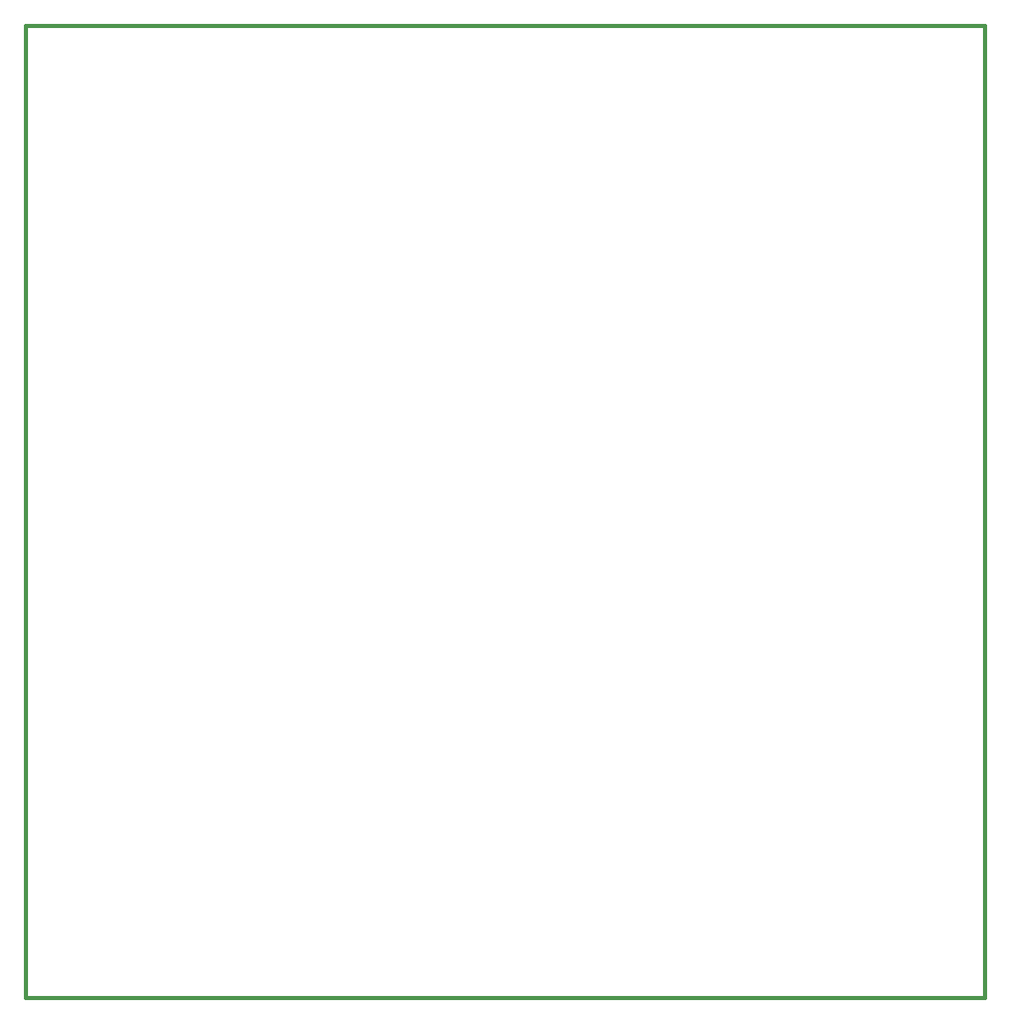
<source format=gm1>
G04 #@! TF.GenerationSoftware,KiCad,Pcbnew,(5.1.5)-3*
G04 #@! TF.CreationDate,2021-08-30T19:44:14+02:00*
G04 #@! TF.ProjectId,sbk6,73626b36-2e6b-4696-9361-645f70636258,0426 -*
G04 #@! TF.SameCoordinates,Original*
G04 #@! TF.FileFunction,Profile,NP*
%FSLAX46Y46*%
G04 Gerber Fmt 4.6, Leading zero omitted, Abs format (unit mm)*
G04 Created by KiCad (PCBNEW (5.1.5)-3) date 2021-08-30 19:44:14*
%MOMM*%
%LPD*%
G04 APERTURE LIST*
%ADD10C,0.381000*%
G04 APERTURE END LIST*
D10*
X164846000Y-51689000D02*
X66294000Y-51689000D01*
X164846000Y-151511000D02*
X164846000Y-51689000D01*
X66294000Y-151511000D02*
X164846000Y-151511000D01*
X66294000Y-51689000D02*
X66294000Y-151511000D01*
M02*

</source>
